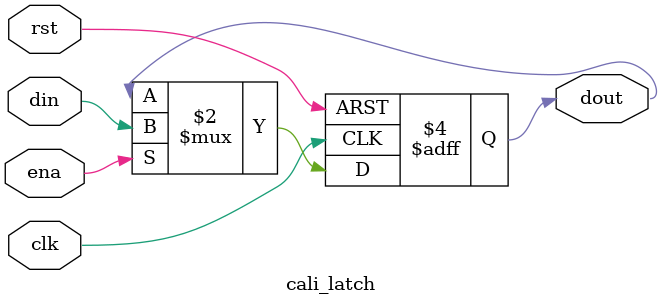
<source format=v>
`timescale 1ns / 1ps

module nandLatch(
    input s,
    input r,
    output reg q,
    output reg qbar
);
    always @ (s, r)
    begin
        if (r)
        begin
            q <= 1'b0;
            qbar <= 1'b1;
        end
        else if (s)
        begin
            q <= 1'b1;
            qbar <= 1'b0;
        end
    end
endmodule


module cali_latch(
    input clk,
    input rst,
    input ena,
    input din,
    output reg dout
);
    always @ (posedge clk or posedge rst)
    begin
        if (rst)
            dout <= 1'b0;
        else if (ena)
            dout <= din;
    end
endmodule

</source>
